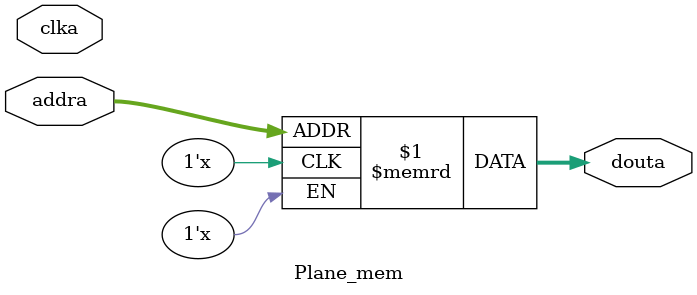
<source format=v>
module Plane_mem (
    input clka,
    input [11:0] addra,
    output [11:0] douta
);
    
    reg [11:0] REG [2499:0];

    assign douta = REG[addra];

endmodule
</source>
